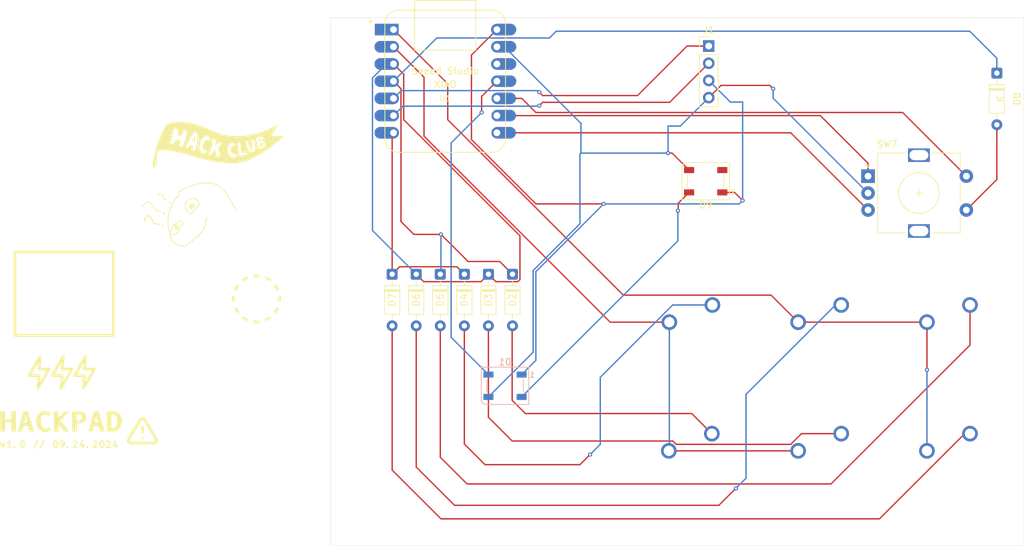
<source format=kicad_pcb>
(kicad_pcb (version 20241229) (generator "pcbnew") (generator_version "9.0")
  (layers (0 "F.Cu" signal) (2 "B.Cu" signal) (13 "F.Paste" user) (15 "B.Paste" user) (5 "F.SilkS" user "F.Silkscreen") (7 "B.SilkS" user "B.Silkscreen") (1 "F.Mask" user) (3 "B.Mask" user) (25 "Edge.Cuts" user))
  (net 0 "")
  (net 1 "Net-(D1-DOUT)")
  (net 2 "GND")
  (net 3 "VCC")
  (net 4 "WS2812B")
  (net 5 "Net-(D2-A)")
  (net 6 "ROW0")
  (net 7 "ROW1")
  (net 8 "Net-(D3-A)")
  (net 9 "ROW2")
  (net 10 "Net-(D4-A)")
  (net 11 "Net-(D5-A)")
  (net 12 "Net-(D6-A)")
  (net 13 "Net-(D7-A)")
  (net 14 "EC11SWA")
  (net 16 "SDA")
  (net 17 "SCL")
  (net 18 "EC11B")
  (net 19 "COL2")
  (net 20 "COL0")
  (net 21 "COL1")
  (net 23 "EC11A")
  (footprint "knihovna:MX-Solderable-1U" (layer "F.Cu") (at 187.5 119)
    (property "Reference" "SW4")
    (property "Value" "SW_Push_45deg")
    (pad "" np_thru_hole circle (at -5.08 0 48.099) (size 1.7018 1.7018) (drill 1.7018) (layers "*.Cu" "*.Mask"))
    (pad "" np_thru_hole circle (at 0 0) (size 3.9878 3.9878) (drill 3.9878) (layers "*.Cu" "*.Mask"))
    (pad "" np_thru_hole circle (at 5.08 0 48.099) (size 1.7018 1.7018) (drill 1.7018) (layers "*.Cu" "*.Mask"))
    (pad "1" thru_hole circle (at -3.81 -2.54) (size 2.3 2.3) (drill 1.524) (layers "*.Cu" "B.Mask") (net 21 "COL1"))
    (pad "2" thru_hole circle (at 2.54 -5.08) (size 2.3 2.3) (drill 1.524) (layers "*.Cu" "B.Mask") (net 11 "Net-(D5-A)"))
  )
  (footprint "knihovna:MX-Solderable-1U" (layer "F.Cu") (at 149.5 119)
    (property "Reference" "SW3")
    (property "Value" "SW_Push_45deg")
    (pad "" np_thru_hole circle (at -5.08 0 48.099) (size 1.7018 1.7018) (drill 1.7018) (layers "*.Cu" "*.Mask"))
    (pad "" np_thru_hole circle (at 0 0) (size 3.9878 3.9878) (drill 3.9878) (layers "*.Cu" "*.Mask"))
    (pad "" np_thru_hole circle (at 5.08 0 48.099) (size 1.7018 1.7018) (drill 1.7018) (layers "*.Cu" "*.Mask"))
    (pad "1" thru_hole circle (at -3.81 -2.54) (size 2.3 2.3) (drill 1.524) (layers "*.Cu" "B.Mask") (net 20 "COL0"))
    (pad "2" thru_hole circle (at 2.54 -5.08) (size 2.3 2.3) (drill 1.524) (layers "*.Cu" "B.Mask") (net 10 "Net-(D4-A)"))
  )
  (footprint "knihovna:RotaryEncoder_Alps_EC11E-Switch_Vertical_H20mm" (layer "F.Cu") (at 175 94.9)
    (property "Reference" "SW7" (at 2.8 -4.7 0) (layer "F.SilkS"))
    (property "Value" "RotaryEncoder_Switch")
    (pad "A" thru_hole rect (at 0 0) (size 2 2) (drill 1) (layers "*.Cu" "*.Mask") (net 23 "EC11A"))
    (pad "B" thru_hole circle (at 0 5) (size 2 2) (drill 1) (layers "*.Cu" "*.Mask") (net 18 "EC11B"))
    (pad "C" thru_hole circle (at 0 2.5) (size 2 2) (drill 1) (layers "*.Cu" "*.Mask") (net 2 "GND"))
    (pad "MP" thru_hole rect (at 7.5 -3.1) (size 3.2 2) (drill oval 2.8 1.5) (layers "*.Cu" "*.Mask"))
    (pad "MP" thru_hole rect (at 7.5 8.1) (size 3.2 2) (drill oval 2.8 1.5) (layers "*.Cu" "*.Mask"))
    (pad "S1" thru_hole circle (at 14.5 5) (size 2 2) (drill 1) (layers "*.Cu" "*.Mask") (net 14 "EC11SWA"))
    (pad "S2" thru_hole circle (at 14.5 0) (size 2 2) (drill 1) (layers "*.Cu" "*.Mask") (net 19 "COL2"))
  )
  (footprint "Diode_THT:D_DO-35_SOD27_P7.62mm_Horizontal" (layer "F.Cu") (at 119 109.38 -90)
    (property "Reference" "D3" (at 3.81 0 90) (layer "F.SilkS"))
    (property "Value" "D" (hide yes))
    (pad "1" thru_hole roundrect (at 0 0 270) (size 1.6 1.6) (drill 0.8) (layers "*.Cu" "*.Mask") (roundrect_rratio 0.15625) (net 7 "ROW1"))
    (pad "2" thru_hole circle (at 7.62 0 270) (size 1.6 1.6) (drill 0.8) (layers "*.Cu" "*.Mask") (net 8 "Net-(D3-A)"))
  )
  (footprint "knihovna:MX-Solderable-1U" (layer "F.Cu") (at 187.5 138)
    (property "Reference" "SW6")
    (property "Value" "SW_Push_45deg")
    (pad "" np_thru_hole circle (at -5.08 0 48.099) (size 1.7018 1.7018) (drill 1.7018) (layers "*.Cu" "*.Mask"))
    (pad "" np_thru_hole circle (at 0 0) (size 3.9878 3.9878) (drill 3.9878) (layers "*.Cu" "*.Mask"))
    (pad "" np_thru_hole circle (at 5.08 0 48.099) (size 1.7018 1.7018) (drill 1.7018) (layers "*.Cu" "*.Mask"))
    (pad "1" thru_hole circle (at -3.81 -2.54) (size 2.3 2.3) (drill 1.524) (layers "*.Cu" "B.Mask") (net 21 "COL1"))
    (pad "2" thru_hole circle (at 2.54 -5.08) (size 2.3 2.3) (drill 1.524) (layers "*.Cu" "B.Mask") (net 13 "Net-(D7-A)"))
  )
  (footprint "knihovna:MX-Solderable-1U" (layer "F.Cu") (at 149.42 138)
    (property "Reference" "SW1")
    (property "Value" "SW_Push_45deg")
    (pad "" np_thru_hole circle (at -5.08 0 48.099) (size 1.7018 1.7018) (drill 1.7018) (layers "*.Cu" "*.Mask"))
    (pad "" np_thru_hole circle (at 0 0) (size 3.9878 3.9878) (drill 3.9878) (layers "*.Cu" "*.Mask"))
    (pad "" np_thru_hole circle (at 5.08 0 48.099) (size 1.7018 1.7018) (drill 1.7018) (layers "*.Cu" "*.Mask"))
    (pad "1" thru_hole circle (at -3.81 -2.54) (size 2.3 2.3) (drill 1.524) (layers "*.Cu" "B.Mask") (net 20 "COL0"))
    (pad "2" thru_hole circle (at 2.54 -5.08) (size 2.3 2.3) (drill 1.524) (layers "*.Cu" "B.Mask") (net 5 "Net-(D2-A)"))
  )
  (footprint "Diode_THT:D_DO-35_SOD27_P7.62mm_Horizontal" (layer "F.Cu") (at 104.8 109.38 -90)
    (property "Reference" "D7" (at 3.81 0 90) (layer "F.SilkS"))
    (property "Value" "D" (hide yes))
    (pad "1" thru_hole roundrect (at 0 0 270) (size 1.6 1.6) (drill 0.8) (layers "*.Cu" "*.Mask") (roundrect_rratio 0.15625) (net 9 "ROW2"))
    (pad "2" thru_hole circle (at 7.62 0 270) (size 1.6 1.6) (drill 0.8) (layers "*.Cu" "*.Mask") (net 13 "Net-(D7-A)"))
  )
  (footprint "LED_SMD:LED_WS2812B_PLCC4_5.0x5.0mm_P3.2mm" (layer "F.Cu") (at 151.05 95.65 180)
    (property "Reference" "D9" (at 0 -3.5 0) (layer "F.SilkS"))
    (property "Value" "WS2812B")
    (fp_text user "1" (at -4 -1.6 180) (layer "F.SilkS") (effects (font (size 0.8 0.8))))
    (pad "1" smd roundrect (at -2.45 -1.65 180) (size 1.5 0.9) (layers "F.Cu" "F.Mask" "F.Paste") (roundrect_rratio 0.1) (net 3 "VCC"))
    (pad "2" smd roundrect (at -2.45 1.65 180) (size 1.5 0.9) (layers "F.Cu" "F.Mask" "F.Paste") (roundrect_rratio 0.1))
    (pad "3" smd roundrect (at 2.45 1.65 180) (size 1.5 0.9) (layers "F.Cu" "F.Mask" "F.Paste") (roundrect_rratio 0.1) (net 2 "GND"))
    (pad "4" smd roundrect (at 2.45 -1.65 180) (size 1.5 0.9) (layers "F.Cu" "F.Mask" "F.Paste") (roundrect_rratio 0.1) (net 1 "Net-(D1-DOUT)"))
  )
  (footprint "LOGO" (layer "F.Cu") (at 89.798535 110.810706)
    (property "Reference" "G***" (hide yes))
    (property "Value" "LOGO" (hide yes))
  )
  (footprint "Connector_PinHeader_2.54mm:PinHeader_1x04_P2.54mm_Vertical" (layer "F.Cu") (at 151.5 75.69)
    (property "Reference" "J1" (at 0 -2.38 0) (layer "F.SilkS"))
    (property "Value" "OLED_DISPLAY")
    (pad "1" thru_hole rect (at 0 0) (size 1.7 1.7) (drill 1) (layers "*.Cu" "*.Mask") (net 16 "SDA"))
    (pad "2" thru_hole circle (at 0 2.54) (size 1.7 1.7) (drill 1) (layers "*.Cu" "*.Mask") (net 17 "SCL"))
    (pad "3" thru_hole circle (at 0 5.08) (size 1.7 1.7) (drill 1) (layers "*.Cu" "*.Mask") (net 3 "VCC"))
    (pad "4" thru_hole circle (at 0 7.62) (size 1.7 1.7) (drill 1) (layers "*.Cu" "*.Mask") (net 2 "GND"))
  )
  (footprint "Diode_THT:D_DO-35_SOD27_P7.62mm_Horizontal" (layer "F.Cu") (at 194 79.69 -90)
    (property "Reference" "D8" (at 3.81 -3 90) (layer "F.SilkS"))
    (property "Value" "D")
    (fp_text user "K" (at 3.81 -0.5 90) (layer "F.SilkS"))
    (pad "1" thru_hole roundrect (at 0 0 270) (size 1.6 1.6) (drill 0.8) (layers "*.Cu" "*.Mask") (roundrect_rratio 0.15625) (net 6 "ROW0"))
    (pad "2" thru_hole circle (at 7.62 0 270) (size 1.6 1.6) (drill 0.8) (layers "*.Cu" "*.Mask") (net 14 "EC11SWA"))
  )
  (footprint "knihovna:MX-Solderable-1U" (layer "F.Cu") (at 168.5 119)
    (property "Reference" "SW5")
    (property "Value" "SW_Push_45deg")
    (pad "" np_thru_hole circle (at -5.08 0 48.099) (size 1.7018 1.7018) (drill 1.7018) (layers "*.Cu" "*.Mask"))
    (pad "" np_thru_hole circle (at 0 0) (size 3.9878 3.9878) (drill 3.9878) (layers "*.Cu" "*.Mask"))
    (pad "" np_thru_hole circle (at 5.08 0 48.099) (size 1.7018 1.7018) (drill 1.7018) (layers "*.Cu" "*.Mask"))
    (pad "1" thru_hole circle (at -3.81 -2.54) (size 2.3 2.3) (drill 1.524) (layers "*.Cu" "B.Mask") (net 21 "COL1"))
    (pad "2" thru_hole circle (at 2.54 -5.08) (size 2.3 2.3) (drill 1.524) (layers "*.Cu" "B.Mask") (net 12 "Net-(D6-A)"))
  )
  (footprint "knihovna:MX-Solderable-1U" (layer "F.Cu") (at 168.5 138)
    (property "Reference" "SW2")
    (property "Value" "SW_Push_45deg")
    (pad "" np_thru_hole circle (at -5.08 0 48.099) (size 1.7018 1.7018) (drill 1.7018) (layers "*.Cu" "*.Mask"))
    (pad "" np_thru_hole circle (at 0 0) (size 3.9878 3.9878) (drill 3.9878) (layers "*.Cu" "*.Mask"))
    (pad "" np_thru_hole circle (at 5.08 0 48.099) (size 1.7018 1.7018) (drill 1.7018) (layers "*.Cu" "*.Mask"))
    (pad "1" thru_hole circle (at -3.81 -2.54) (size 2.3 2.3) (drill 1.524) (layers "*.Cu" "B.Mask") (net 20 "COL0"))
    (pad "2" thru_hole circle (at 2.54 -5.08) (size 2.3 2.3) (drill 1.524) (layers "*.Cu" "B.Mask") (net 8 "Net-(D3-A)"))
  )
  (footprint "Diode_THT:D_DO-35_SOD27_P7.62mm_Horizontal" (layer "F.Cu") (at 122.55 109.38 -90)
    (property "Reference" "D2" (at 3.81 0 90) (layer "F.SilkS"))
    (property "Value" "D" (hide yes))
    (pad "1" thru_hole roundrect (at 0 0 270) (size 1.6 1.6) (drill 0.8) (layers "*.Cu" "*.Mask") (roundrect_rratio 0.15625) (net 6 "ROW0"))
    (pad "2" thru_hole circle (at 7.62 0 270) (size 1.6 1.6) (drill 0.8) (layers "*.Cu" "*.Mask") (net 5 "Net-(D2-A)"))
  )
  (footprint "Diode_THT:D_DO-35_SOD27_P7.62mm_Horizontal" (layer "F.Cu") (at 115.45 109.38 -90)
    (property "Reference" "D4" (at 3.81 0 90) (layer "F.SilkS"))
    (property "Value" "D" (hide yes))
    (pad "1" thru_hole roundrect (at 0 0 270) (size 1.6 1.6) (drill 0.8) (layers "*.Cu" "*.Mask") (roundrect_rratio 0.15625) (net 9 "ROW2"))
    (pad "2" thru_hole circle (at 7.62 0 270) (size 1.6 1.6) (drill 0.8) (layers "*.Cu" "*.Mask") (net 10 "Net-(D4-A)"))
  )
  (footprint "Diode_THT:D_DO-35_SOD27_P7.62mm_Horizontal" (layer "F.Cu") (at 111.9 109.38 -90)
    (property "Reference" "D5" (at 3.81 0 90) (layer "F.SilkS"))
    (property "Value" "D" (hide yes))
    (pad "1" thru_hole roundrect (at 0 0 270) (size 1.6 1.6) (drill 0.8) (layers "*.Cu" "*.Mask") (roundrect_rratio 0.15625) (net 6 "ROW0"))
    (pad "2" thru_hole circle (at 7.62 0 270) (size 1.6 1.6) (drill 0.8) (layers "*.Cu" "*.Mask") (net 11 "Net-(D5-A)"))
  )
  (footprint "Diode_THT:D_DO-35_SOD27_P7.62mm_Horizontal" (layer "F.Cu") (at 108.35 109.38 -90)
    (property "Reference" "D6" (at 3.81 0 90) (layer "F.SilkS"))
    (property "Value" "D" (hide yes))
    (pad "1" thru_hole roundrect (at 0 0 270) (size 1.6 1.6) (drill 0.8) (layers "*.Cu" "*.Mask") (roundrect_rratio 0.15625) (net 7 "ROW1"))
    (pad "2" thru_hole circle (at 7.62 0 270) (size 1.6 1.6) (drill 0.8) (layers "*.Cu" "*.Mask") (net 12 "Net-(D6-A)"))
  )
  (footprint "knihovna:XIAO-Generic-Hybrid-14P-2.54-21X17.8MM" (layer "F.Cu") (at 112.625 80.88)
    (property "Reference" "U1" (at 0 2.54 0) (layer "F.SilkS") (effects (font (size 0.889 0.889) (thickness 0.1016))))
    (property "Value" "Seeed Studio XIAO RP2040" (hide yes))
    (fp_text user "Seeed Studio" (at 0 -1.5 0) (layer "F.SilkS"))
    (fp_text user "XIAO" (at 0 0.5 0) (layer "F.SilkS"))
    (pad "1" thru_hole rect (at -7.625 -7.62) (size 3.5 1.7) (drill 1 (offset -1 0)) (layers "*.Cu" "*.Mask") (net 21 "COL1"))
    (pad "2" thru_hole oval (at -7.625 -5.08) (size 3.6 1.7) (drill 1 (offset -1 0)) (layers "*.Cu" "*.Mask") (net 20 "COL0"))
    (pad "3" thru_hole oval (at -7.625 -2.54) (size 3.6 1.7) (drill 1 (offset -1 0)) (layers "*.Cu" "*.Mask") (net 7 "ROW1"))
    (pad "4" thru_hole oval (at -7.625 0) (size 3.6 1.7) (drill 1 (offset -1 0)) (layers "*.Cu" "*.Mask") (net 6 "ROW0"))
    (pad "5" thru_hole oval (at -7.625 2.54) (size 3.6 1.7) (drill 1 (offset -1 0)) (layers "*.Cu" "*.Mask") (net 16 "SDA"))
    (pad "6" thru_hole oval (at -7.625 5.08 180) (size 3.6 1.7) (drill 1 (offset 1 0)) (layers "*.Cu" "*.Mask") (net 17 "SCL"))
    (pad "7" thru_hole oval (at -7.625 7.62) (size 3.6 1.7) (drill 1 (offset -1 0)) (layers "*.Cu" "*.Mask") (net 9 "ROW2"))
    (pad "8" thru_hole oval (at 7.625 7.62) (size 3.6 1.7) (drill 1 (offset 1 0)) (layers "*.Cu" "*.Mask") (net 18 "EC11B"))
    (pad "9" thru_hole oval (at 7.625 5.08) (size 3.6 1.7) (drill 1 (offset 1 0)) (layers "*.Cu" "*.Mask") (net 23 "EC11A"))
    (pad "10" thru_hole oval (at 7.625 2.54) (size 3.6 1.7) (drill 1 (offset 1 0)) (layers "*.Cu" "*.Mask") (net 19 "COL2"))
    (pad "11" thru_hole oval (at 7.625 0) (size 3.7 1.7) (drill 1 (offset 1 0)) (layers "*.Cu" "*.Mask") (net 4 "WS2812B"))
    (pad "12" thru_hole oval (at 7.625 -2.54) (size 3.7 1.7) (drill 1 (offset 1 0)) (layers "*.Cu" "*.Mask"))
    (pad "13" thru_hole oval (at 7.625 -5.08) (size 3.7 1.7) (drill 1 (offset 1 0)) (layers "*.Cu" "*.Mask") (net 2 "GND"))
    (pad "14" thru_hole oval (at 7.625 -7.62) (size 3.7 1.7) (drill 1 (offset 1 0)) (layers "*.Cu" "*.Mask") (net 3 "VCC"))
  )
  (footprint "LED_SMD:LED_WS2812B_PLCC4_5.0x5.0mm_P3.2mm" (layer "B.Cu") (at 121.45 125.85 180)
    (property "Reference" "D1" (at 0 3.5 0) (layer "B.SilkS") (effects (justify mirror)))
    (property "Value" "WS2812B")
    (fp_text user "1" (at -4 1.6 0) (layer "B.SilkS") (effects (font (size 0.8 0.8)) (justify mirror)))
    (pad "1" smd roundrect (at -2.45 1.65 180) (size 1.5 0.9) (layers "B.Cu" "B.Mask" "B.Paste") (roundrect_rratio 0.1) (net 3 "VCC"))
    (pad "2" smd roundrect (at -2.45 -1.65 180) (size 1.5 0.9) (layers "B.Cu" "B.Mask" "B.Paste") (roundrect_rratio 0.1) (net 1 "Net-(D1-DOUT)"))
    (pad "3" smd roundrect (at 2.45 -1.65 180) (size 1.5 0.9) (layers "B.Cu" "B.Mask" "B.Paste") (roundrect_rratio 0.1) (net 2 "GND"))
    (pad "4" smd roundrect (at 2.45 1.65 180) (size 1.5 0.9) (layers "B.Cu" "B.Mask" "B.Paste") (roundrect_rratio 0.1) (net 4 "WS2812B"))
  )
  (gr_line (start 198 149.5) (end 95.75 149.5) (stroke (width 0.05)) (layer "Edge.Cuts"))
  (gr_line (start 95.75 71.5) (end 198 71.5) (stroke (width 0.05)) (layer "Edge.Cuts"))
  (gr_line (start 95.75 149.5) (end 95.75 71.5) (stroke (width 0.05)) (layer "Edge.Cuts"))
  (gr_line (start 198 71.5) (end 198 149.5) (stroke (width 0.05)) (layer "Edge.Cuts"))
  (segment (start 147 100) (end 147 98.9) (width 0.2) (layer "F.Cu") (net 1))
  (segment (start 147 98.9) (end 148.6 97.3) (width 0.2) (layer "F.Cu") (net 1))
  (via (at 146.95 100) (size 0.6) (drill 0.3) (layers "F.Cu" "B.Cu") (net 1))
  (segment (start 146.95 100) (end 147 100) (width 0.2) (layer "B.Cu") (net 1))
  (segment (start 146.95 104.45) (end 146.95 100) (width 0.2) (layer "B.Cu") (net 1))
  (segment (start 123.9 127.5) (end 146.95 104.45) (width 0.2) (layer "B.Cu") (net 1))
  (segment (start 160.5 81.5) (end 161 82) (width 0.2) (layer "F.Cu") (net 2))
  (segment (start 146.1 91.5) (end 145.5 91.5) (width 0.2) (layer "F.Cu") (net 2))
  (segment (start 153.31 81.5) (end 151.5 83.31) (width 0.2) (layer "F.Cu") (net 2))
  (segment (start 160.5 81.5) (end 153.31 81.5) (width 0.2) (layer "F.Cu") (net 2))
  (segment (start 148.6 94) (end 146.1 91.5) (width 0.2) (layer "F.Cu") (net 2))
  (via (at 161 82) (size 0.6) (drill 0.3) (layers "F.Cu" "B.Cu") (net 2))
  (via (at 145.5 91.5) (size 0.6) (drill 0.3) (layers "F.Cu" "B.Cu") (net 2))
  (segment (start 132.650057 91.5) (end 132.5 91.650057) (width 0.2) (layer "B.Cu") (net 2))
  (segment (start 161 83.4) (end 175 97.4) (width 0.2) (layer "B.Cu") (net 2))
  (segment (start 121.33776 75.8) (end 120.25 75.8) (width 0.2) (layer "B.Cu") (net 2))
  (segment (start 145.5 91.5) (end 132.650057 91.5) (width 0.2) (layer "B.Cu") (net 2))
  (segment (start 145.5 87.5) (end 147.31 87.5) (width 0.2) (layer "B.Cu") (net 2))
  (segment (start 125.599 120.901) (end 119 127.5) (width 0.2) (layer "B.Cu") (net 2))
  (segment (start 132.650057 87.112297) (end 121.33776 75.8) (width 0.2) (layer "B.Cu") (net 2))
  (segment (start 145.5 91.5) (end 145.5 87.5) (width 0.2) (layer "B.Cu") (net 2))
  (segment (start 132.5 101.9329) (end 125.599 108.8339) (width 0.2) (layer "B.Cu") (net 2))
  (segment (start 125.599 108.8339) (end 125.599 120.901) (width 0.2) (layer "B.Cu") (net 2))
  (segment (start 132.5 91.650057) (end 132.5 101.9329) (width 0.2) (layer "B.Cu") (net 2))
  (segment (start 147.31 87.5) (end 151.5 83.31) (width 0.2) (layer "B.Cu") (net 2))
  (segment (start 132.650057 91.5) (end 132.650057 87.112297) (width 0.2) (layer "B.Cu") (net 2))
  (segment (start 161 82) (end 161 83.4) (width 0.2) (layer "B.Cu") (net 2))
  (segment (start 155.3 97.3) (end 156.5 98.5) (width 0.2) (layer "F.Cu") (net 3))
  (segment (start 116.5 89.5) (end 116.5 77.01) (width 0.2) (layer "F.Cu") (net 3))
  (segment (start 136 99) (end 126 99) (width 0.2) (layer "F.Cu") (net 3))
  (segment (start 116.5 77.01) (end 120.25 73.26) (width 0.2) (layer "F.Cu") (net 3))
  (segment (start 126 99) (end 116.5 89.5) (width 0.2) (layer "F.Cu") (net 3))
  (segment (start 153.5 97.3) (end 155.3 97.3) (width 0.2) (layer "F.Cu") (net 3))
  (via (at 156.5 98.5) (size 0.6) (drill 0.3) (layers "F.Cu" "B.Cu") (net 3))
  (via (at 136 99) (size 0.6) (drill 0.3) (layers "F.Cu" "B.Cu") (net 3))
  (segment (start 136 99) (end 156 99) (width 0.2) (layer "B.Cu") (net 3))
  (segment (start 136 99) (end 126 109) (width 0.2) (layer "B.Cu") (net 3))
  (segment (start 126 122.1) (end 123.9 124.2) (width 0.2) (layer "B.Cu") (net 3))
  (segment (start 156.5 83.96) (end 156.5 98.5) (width 0.2) (layer "B.Cu") (net 3))
  (segment (start 156 99) (end 156.5 98.5) (width 0.2) (layer "B.Cu") (net 3))
  (segment (start 156.5 83.96) (end 154.69 83.96) (width 0.2) (layer "B.Cu") (net 3))
  (segment (start 126 109) (end 126 122.1) (width 0.2) (layer "B.Cu") (net 3))
  (segment (start 154.69 83.96) (end 151.5 80.77) (width 0.2) (layer "B.Cu") (net 3))
  (segment (start 118 85.5) (end 118 83.13) (width 0.2) (layer "F.Cu") (net 4))
  (segment (start 118 83.13) (end 120.25 80.88) (width 0.2) (layer "F.Cu") (net 4))
  (via (at 118 85.5) (size 0.6) (drill 0.3) (layers "F.Cu" "B.Cu") (net 4))
  (segment (start 113.5 118.7) (end 113.5 118.5) (width 0.2) (layer "B.Cu") (net 4))
  (segment (start 113.5 118.5) (end 113.5 90) (width 0.2) (layer "B.Cu") (net 4))
  (segment (start 119 124.2) (end 113.5 118.7) (width 0.2) (layer "B.Cu") (net 4))
  (segment (start 113.5 90) (end 118 85.5) (width 0.2) (layer "B.Cu") (net 4))
  (segment (start 148.99 129.95) (end 151.96 132.92) (width 0.2) (layer "F.Cu") (net 5))
  (segment (start 124.45 129.95) (end 148.99 129.95) (width 0.2) (layer "F.Cu") (net 5))
  (segment (start 122.55 117) (end 122.5 117.05) (width 0.2) (layer "F.Cu") (net 5))
  (segment (start 122.5 128) (end 124.45 129.95) (width 0.2) (layer "F.Cu") (net 5))
  (segment (start 122.5 117.05) (end 122.5 128) (width 0.2) (layer "F.Cu") (net 5))
  (segment (start 106.101 101.601) (end 106.101 81.981) (width 0.2) (layer "F.Cu") (net 6))
  (segment (start 112 103.5) (end 108 103.5) (width 0.2) (layer "F.Cu") (net 6))
  (segment (start 112 103.5) (end 116 107.5) (width 0.2) (layer "F.Cu") (net 6))
  (segment (start 116 107.5) (end 120.67 107.5) (width 0.2) (layer "F.Cu") (net 6))
  (segment (start 106.101 81.981) (end 105 80.88) (width 0.2) (layer "F.Cu") (net 6))
  (segment (start 120.67 107.5) (end 122.55 109.38) (width 0.2) (layer "F.Cu") (net 6))
  (segment (start 108 103.5) (end 106.101 101.601) (width 0.2) (layer "F.Cu") (net 6))
  (via (at 112 103.5) (size 0.6) (drill 0.3) (layers "F.Cu" "B.Cu") (net 6))
  (segment (start 190 73.5) (end 129 73.5) (width 0.2) (layer "B.Cu") (net 6))
  (segment (start 111.38 74.5) (end 105 80.88) (width 0.2) (layer "B.Cu") (net 6))
  (segment (start 128 74.5) (end 111.38 74.5) (width 0.2) (layer "B.Cu") (net 6))
  (segment (start 129 73.5) (end 128 74.5) (width 0.2) (layer "B.Cu") (net 6))
  (segment (start 194 77.5) (end 190 73.5) (width 0.2) (layer "B.Cu") (net 6))
  (segment (start 112 109.28) (end 111.9 109.38) (width 0.2) (layer "B.Cu") (net 6))
  (segment (start 112 103.5) (end 112 109.28) (width 0.2) (layer "B.Cu") (net 6))
  (segment (start 194 79.69) (end 194 77.5) (width 0.2) (layer "B.Cu") (net 6))
  (segment (start 106.502 86.5691) (end 106.502 79.842) (width 0.2) (layer "F.Cu") (net 7))
  (segment (start 123.33516 110.481) (end 123.651 110.16516) (width 0.2) (layer "F.Cu") (net 7))
  (segment (start 120.101 110.481) (end 123.33516 110.481) (width 0.2) (layer "F.Cu") (net 7))
  (segment (start 117.899 110.481) (end 119 109.38) (width 0.2) (layer "F.Cu") (net 7))
  (segment (start 106.502 79.842) (end 105 78.34) (width 0.2) (layer "F.Cu") (net 7))
  (segment (start 123.651 110.16516) (end 123.651 103.7181) (width 0.2) (layer "F.Cu") (net 7))
  (segment (start 123.651 103.7181) (end 106.502 86.5691) (width 0.2) (layer "F.Cu") (net 7))
  (segment (start 109.451 110.481) (end 117.899 110.481) (width 0.2) (layer "F.Cu") (net 7))
  (segment (start 108.35 109.38) (end 109.451 110.481) (width 0.2) (layer "F.Cu") (net 7))
  (segment (start 119 109.38) (end 120.101 110.481) (width 0.2) (layer "F.Cu") (net 7))
  (segment (start 101.899 80.40324) (end 103.96224 78.34) (width 0.2) (layer "B.Cu") (net 7))
  (segment (start 103.96224 78.34) (end 105 78.34) (width 0.2) (layer "B.Cu") (net 7))
  (segment (start 108.35 109.38) (end 101.899 102.929) (width 0.2) (layer "B.Cu") (net 7))
  (segment (start 101.899 102.929) (end 101.899 80.40324) (width 0.2) (layer "B.Cu") (net 7))
  (segment (start 165.177976 132.92) (end 171.04 132.92) (width 0.2) (layer "F.Cu") (net 8))
  (segment (start 163.597976 134.5) (end 165.177976 132.92) (width 0.2) (layer "F.Cu") (net 8))
  (segment (start 119 130.5) (end 122.509 134.009) (width 0.2) (layer "F.Cu") (net 8))
  (segment (start 119 117) (end 119 130.5) (width 0.2) (layer "F.Cu") (net 8))
  (segment (start 146.702024 134.5) (end 163.597976 134.5) (width 0.2) (layer "F.Cu") (net 8))
  (segment (start 122.509 134.009) (end 146.211024 134.009) (width 0.2) (layer "F.Cu") (net 8))
  (segment (start 146.211024 134.009) (end 146.702024 134.5) (width 0.2) (layer "F.Cu") (net 8))
  (segment (start 115.45 109.38) (end 114.349 108.279) (width 0.2) (layer "F.Cu") (net 9))
  (segment (start 114.349 108.279) (end 105.901 108.279) (width 0.2) (layer "F.Cu") (net 9))
  (segment (start 105.901 108.279) (end 104.8 109.38) (width 0.2) (layer "F.Cu") (net 9))
  (segment (start 104.8 109.38) (end 104.8 88.7) (width 0.2) (layer "F.Cu") (net 9))
  (segment (start 104.8 88.7) (end 105 88.5) (width 0.2) (layer "F.Cu") (net 9))
  (segment (start 132.5 137.5) (end 118.5 137.5) (width 0.2) (layer "F.Cu") (net 10))
  (segment (start 115.45 134.45) (end 115.45 117) (width 0.2) (layer "F.Cu") (net 10))
  (segment (start 152.04 113.96) (end 151.5 114.5) (width 0.2) (layer "F.Cu") (net 10))
  (segment (start 152.04 113.92) (end 152.04 113.96) (width 0.2) (layer "F.Cu") (net 10))
  (segment (start 134 136) (end 132.5 137.5) (width 0.2) (layer "F.Cu") (net 10))
  (segment (start 118.5 137.5) (end 115.45 134.45) (width 0.2) (layer "F.Cu") (net 10))
  (via (at 134 136) (size 0.6) (drill 0.3) (layers "F.Cu" "B.Cu") (net 10))
  (segment (start 135.5 134.5) (end 135.5 124.597976) (width 0.2) (layer "B.Cu") (net 10))
  (segment (start 134 136) (end 135.5 134.5) (width 0.2) (layer "B.Cu") (net 10))
  (segment (start 135.5 124.597976) (end 146.177976 113.92) (width 0.2) (layer "B.Cu") (net 10))
  (segment (start 146.177976 113.92) (end 152.04 113.92) (width 0.2) (layer "B.Cu") (net 10))
  (segment (start 190.04 119.840257) (end 190.04 113.92) (width 0.2) (layer "F.Cu") (net 11))
  (segment (start 111.9 117) (end 111.9 136.4) (width 0.2) (layer "F.Cu") (net 11))
  (segment (start 115.8449 140.3449) (end 169.535357 140.3449) (width 0.2) (layer "F.Cu") (net 11))
  (segment (start 169.535357 140.3449) (end 190.04 119.840257) (width 0.2) (layer "F.Cu") (net 11))
  (segment (start 111.9 136.4) (end 115.8449 140.3449) (width 0.2) (layer "F.Cu") (net 11))
  (segment (start 108.35 137.85) (end 108.35 117) (width 0.2) (layer "F.Cu") (net 12))
  (segment (start 114 143.5) (end 108.35 137.85) (width 0.2) (layer "F.Cu") (net 12))
  (segment (start 153 143.5) (end 114 143.5) (width 0.2) (layer "F.Cu") (net 12))
  (segment (start 155.5 141) (end 153 143.5) (width 0.2) (layer "F.Cu") (net 12))
  (via (at 155.5 141) (size 0.6) (drill 0.3) (layers "F.Cu" "B.Cu") (net 12))
  (segment (start 157 127.119743) (end 170.199743 113.92) (width 0.2) (layer "B.Cu") (net 12))
  (segment (start 157 139.5) (end 157 127.119743) (width 0.2) (layer "B.Cu") (net 12))
  (segment (start 170.199743 113.92) (end 171.04 113.92) (width 0.2) (layer "B.Cu") (net 12))
  (segment (start 155.5 141) (end 157 139.5) (width 0.2) (layer "B.Cu") (net 12))
  (segment (start 189.263811 132.92) (end 190.04 132.92) (width 0.2) (layer "F.Cu") (net 13))
  (segment (start 176.683811 145.5) (end 189.263811 132.92) (width 0.2) (layer "F.Cu") (net 13))
  (segment (start 112 145.5) (end 176.683811 145.5) (width 0.2) (layer "F.Cu") (net 13))
  (segment (start 104.8 117) (end 104.8 138.3) (width 0.2) (layer "F.Cu") (net 13))
  (segment (start 104.8 138.3) (end 112 145.5) (width 0.2) (layer "F.Cu") (net 13))
  (segment (start 194 95.4) (end 194 87.31) (width 0.2) (layer "F.Cu") (net 14))
  (segment (start 189.5 99.9) (end 194 95.4) (width 0.2) (layer "F.Cu") (net 14))
  (segment (start 148.31 75.69) (end 151.5 75.69) (width 0.2) (layer "F.Cu") (net 16))
  (segment (start 127 83) (end 126.5 82.5) (width 0.2) (layer "F.Cu") (net 16))
  (segment (start 141 83) (end 148.31 75.69) (width 0.2) (layer "F.Cu") (net 16))
  (segment (start 141 83) (end 127 83) (width 0.2) (layer "F.Cu") (net 16))
  (via (at 126.5 82.5) (size 0.6) (drill 0.3) (layers "F.Cu" "B.Cu") (net 16))
  (segment (start 126.269 82.269) (end 106.151 82.269) (width 0.2) (layer "B.Cu") (net 16))
  (segment (start 106.151 82.269) (end 105 83.42) (width 0.2) (layer "B.Cu") (net 16))
  (segment (start 126.5 82.5) (end 126.269 82.269) (width 0.2) (layer "B.Cu") (net 16))
  (segment (start 127 84) (end 145.73 84) (width 0.2) (layer "F.Cu") (net 17))
  (segment (start 126.5 84.5) (end 127 84) (width 0.2) (layer "F.Cu") (net 17))
  (segment (start 145.73 84) (end 151.5 78.23) (width 0.2) (layer "F.Cu") (net 17))
  (segment (start 126.5 84.5) (end 126.429 84.571) (width 0.2) (layer "F.Cu") (net 17))
  (via (at 126.5 84.5) (size 0.6) (drill 0.3) (layers "F.Cu" "B.Cu") (net 17))
  (segment (start 106.389 84.571) (end 105 85.96) (width 0.2) (layer "B.Cu") (net 17))
  (segment (start 126.429 84.571) (end 106.389 84.571) (width 0.2) (layer "B.Cu") (net 17))
  (segment (start 126.5 84.5) (end 126.429 84.571) (width 0.2) (layer "B.Cu") (net 17))
  (segment (start 175 99.9) (end 163.6 88.5) (width 0.2) (layer "F.Cu") (net 18))
  (segment (start 163.6 88.5) (end 120.25 88.5) (width 0.2) (layer "F.Cu") (net 18))
  (segment (start 123.92 83.42) (end 120.25 83.42) (width 0.2) (layer "F.Cu") (net 19))
  (segment (start 189.5 94.9) (end 180.1 85.5) (width 0.2) (layer "F.Cu") (net 19))
  (segment (start 180.1 85.5) (end 126 85.5) (width 0.2) (layer "F.Cu") (net 19))
  (segment (start 126 85.5) (end 123.92 83.42) (width 0.2) (layer "F.Cu") (net 19))
  (segment (start 109.5 80.3) (end 109.5 89) (width 0.2) (layer "F.Cu") (net 20))
  (segment (start 105 75.8) (end 109.5 80.3) (width 0.2) (layer "F.Cu") (net 20))
  (segment (start 109.5 89) (end 136.96 116.46) (width 0.2) (layer "F.Cu") (net 20))
  (segment (start 145.61 135.46) (end 164.69 135.46) (width 0.2) (layer "F.Cu") (net 20))
  (segment (start 136.96 116.46) (end 145.69 116.46) (width 0.2) (layer "F.Cu") (net 20))
  (segment (start 145.69 116.46) (end 145.69 135.38) (width 0.2) (layer "B.Cu") (net 20))
  (segment (start 145.69 135.38) (end 145.61 135.46) (width 0.2) (layer "B.Cu") (net 20))
  (segment (start 105 73.26) (end 113 81.26) (width 0.2) (layer "F.Cu") (net 21))
  (segment (start 113 81.26) (end 113 86.5671) (width 0.2) (layer "F.Cu") (net 21))
  (segment (start 138.9019 112.469) (end 160.699 112.469) (width 0.2) (layer "F.Cu") (net 21))
  (segment (start 164.69 116.46) (end 183.69 116.46) (width 0.2) (layer "F.Cu") (net 21))
  (segment (start 113 86.5671) (end 138.9019 112.469) (width 0.2) (layer "F.Cu") (net 21))
  (segment (start 183.69 123.5) (end 183.69 116.46) (width 0.2) (layer "F.Cu") (net 21))
  (segment (start 160.699 112.469) (end 164.69 116.46) (width 0.2) (layer "F.Cu") (net 21))
  (via (at 183.69 123.5) (size 0.6) (drill 0.3) (layers "F.Cu" "B.Cu") (net 21))
  (segment (start 183.69 123.5) (end 183.69 135.46) (width 0.2) (layer "B.Cu") (net 21))
  (segment (start 120.25 85.96) (end 167.96 85.96) (width 0.2) (layer "F.Cu") (net 23))
  (segment (start 167.96 85.96) (end 175 93) (width 0.2) (layer "F.Cu") (net 23))
  (segment (start 175 94.9) (end 174.4 94.9) (width 0.2) (layer "F.Cu") (net 23))
  (segment (start 175 93) (end 175 94.9) (width 0.2) (layer "F.Cu") (net 23))
)
</source>
